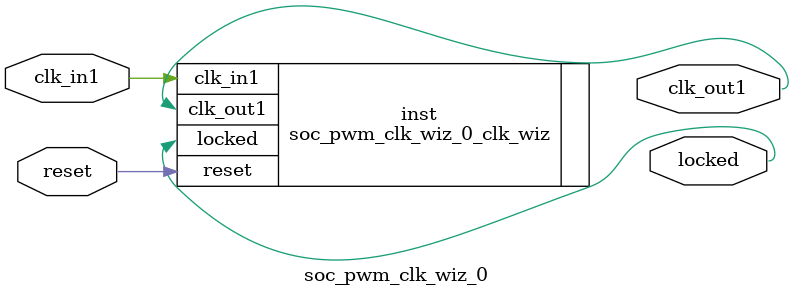
<source format=v>


`timescale 1ps/1ps

(* CORE_GENERATION_INFO = "soc_pwm_clk_wiz_0,clk_wiz_v6_0_15_0_0,{component_name=soc_pwm_clk_wiz_0,use_phase_alignment=true,use_min_o_jitter=false,use_max_i_jitter=false,use_dyn_phase_shift=false,use_inclk_switchover=false,use_dyn_reconfig=false,enable_axi=0,feedback_source=FDBK_AUTO,PRIMITIVE=MMCM,num_out_clk=1,clkin1_period=10.000,clkin2_period=10.000,use_power_down=false,use_reset=true,use_locked=true,use_inclk_stopped=false,feedback_type=SINGLE,CLOCK_MGR_TYPE=NA,manual_override=false}" *)

module soc_pwm_clk_wiz_0 
 (
  // Clock out ports
  output        clk_out1,
  // Status and control signals
  input         reset,
  output        locked,
 // Clock in ports
  input         clk_in1
 );

  soc_pwm_clk_wiz_0_clk_wiz inst
  (
  // Clock out ports  
  .clk_out1(clk_out1),
  // Status and control signals               
  .reset(reset), 
  .locked(locked),
 // Clock in ports
  .clk_in1(clk_in1)
  );

endmodule

</source>
